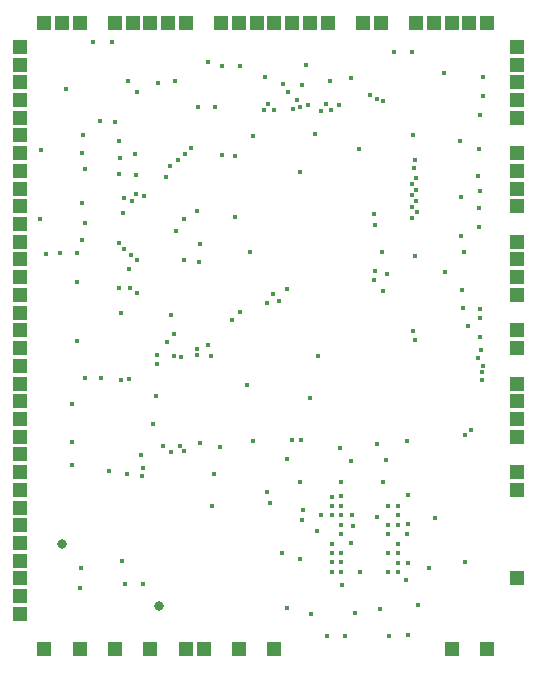
<source format=gbs>
G04*
G04 #@! TF.GenerationSoftware,Altium Limited,Altium Designer,19.1.9 (167)*
G04*
G04 Layer_Color=16711935*
%FSLAX44Y44*%
%MOMM*%
G71*
G01*
G75*
%ADD23R,1.3032X1.3032*%
%ADD24C,0.4000*%
%ADD25C,0.8000*%
D23*
X0Y510000D02*
D03*
X155000Y0D02*
D03*
X140000D02*
D03*
X420000Y60000D02*
D03*
X0Y120000D02*
D03*
Y240000D02*
D03*
Y345000D02*
D03*
Y360000D02*
D03*
Y330000D02*
D03*
Y315000D02*
D03*
Y300000D02*
D03*
Y285000D02*
D03*
Y270000D02*
D03*
Y255000D02*
D03*
Y225000D02*
D03*
Y210000D02*
D03*
Y195000D02*
D03*
Y180000D02*
D03*
Y165000D02*
D03*
Y150000D02*
D03*
Y135000D02*
D03*
Y105000D02*
D03*
Y90000D02*
D03*
Y75000D02*
D03*
Y60000D02*
D03*
Y45000D02*
D03*
Y30000D02*
D03*
X20000Y0D02*
D03*
X50000D02*
D03*
X110000D02*
D03*
X80000D02*
D03*
X215000D02*
D03*
X185000D02*
D03*
X0Y435000D02*
D03*
X420000Y135000D02*
D03*
Y225000D02*
D03*
Y255000D02*
D03*
Y270000D02*
D03*
Y300000D02*
D03*
Y315000D02*
D03*
Y345000D02*
D03*
Y375000D02*
D03*
Y390000D02*
D03*
Y405000D02*
D03*
Y420000D02*
D03*
Y330000D02*
D03*
X395000Y530000D02*
D03*
X380000D02*
D03*
X365000D02*
D03*
X350000D02*
D03*
X335000D02*
D03*
X305000D02*
D03*
X290000D02*
D03*
X260000D02*
D03*
X245000D02*
D03*
X230000D02*
D03*
X215000D02*
D03*
X200000D02*
D03*
X185000D02*
D03*
X20000D02*
D03*
X35000D02*
D03*
X50000D02*
D03*
X80000D02*
D03*
X95000D02*
D03*
X110000D02*
D03*
X125000D02*
D03*
X140000D02*
D03*
X170000D02*
D03*
X420000Y510000D02*
D03*
Y495000D02*
D03*
Y480000D02*
D03*
Y465000D02*
D03*
Y450000D02*
D03*
Y210000D02*
D03*
Y195000D02*
D03*
Y180000D02*
D03*
Y150000D02*
D03*
X0Y495000D02*
D03*
Y480000D02*
D03*
Y465000D02*
D03*
Y450000D02*
D03*
X395000Y0D02*
D03*
X365000D02*
D03*
X0Y420000D02*
D03*
Y405000D02*
D03*
Y390000D02*
D03*
Y375000D02*
D03*
D24*
X389250Y280500D02*
D03*
X306500Y336000D02*
D03*
X286750Y423500D02*
D03*
X311472Y121307D02*
D03*
X120506Y171758D02*
D03*
X197250Y176750D02*
D03*
X311515Y81504D02*
D03*
X116750Y479500D02*
D03*
X52441Y377750D02*
D03*
X271513Y73504D02*
D03*
X129860Y248116D02*
D03*
X99000Y302000D02*
D03*
X209750Y461500D02*
D03*
X243250Y461000D02*
D03*
X236511Y459022D02*
D03*
X231011Y457022D02*
D03*
X269500Y461000D02*
D03*
X258750Y461250D02*
D03*
X296250Y469000D02*
D03*
X158500Y258000D02*
D03*
X375750Y336000D02*
D03*
X372750Y349500D02*
D03*
X333016Y407770D02*
D03*
X372114Y429973D02*
D03*
X86750Y369500D02*
D03*
X94250Y379500D02*
D03*
X97500Y385750D02*
D03*
X138250Y329500D02*
D03*
X213750Y300750D02*
D03*
X178759Y279014D02*
D03*
X130000Y266500D02*
D03*
X43250Y156250D02*
D03*
X44000Y207250D02*
D03*
X92000Y228750D02*
D03*
X192000Y223500D02*
D03*
X319516Y121506D02*
D03*
X327516Y97255D02*
D03*
X319496Y113275D02*
D03*
X319516Y105505D02*
D03*
Y89504D02*
D03*
X319266Y81254D02*
D03*
Y73254D02*
D03*
X311515Y65503D02*
D03*
X221261Y81754D02*
D03*
X127825Y166850D02*
D03*
X101750Y164600D02*
D03*
X162000Y121000D02*
D03*
X211500Y124000D02*
D03*
X208750Y132750D02*
D03*
X271513Y65503D02*
D03*
X263513D02*
D03*
Y81504D02*
D03*
X271513D02*
D03*
Y97505D02*
D03*
X251000Y100500D02*
D03*
X271513Y105505D02*
D03*
X280500Y113500D02*
D03*
X263513Y121506D02*
D03*
X271278Y121500D02*
D03*
X263634Y113505D02*
D03*
X271500Y113500D02*
D03*
X327750Y130500D02*
D03*
X185750Y494000D02*
D03*
X262250Y481250D02*
D03*
X67250Y447250D02*
D03*
X274500Y11250D02*
D03*
X283000Y30750D02*
D03*
X246000Y29500D02*
D03*
X237000Y76250D02*
D03*
X287264Y65503D02*
D03*
X226000Y35250D02*
D03*
X336250Y37250D02*
D03*
X311500Y97500D02*
D03*
X237000Y141500D02*
D03*
X238500Y109250D02*
D03*
X304000Y34000D02*
D03*
X326500Y58500D02*
D03*
X391500Y240250D02*
D03*
X390500Y234500D02*
D03*
X391000Y228250D02*
D03*
X334000Y262250D02*
D03*
X389750Y253750D02*
D03*
X376750Y73500D02*
D03*
X345500Y69000D02*
D03*
X328500Y11750D02*
D03*
X311750Y11250D02*
D03*
X259500Y11250D02*
D03*
X280250Y89750D02*
D03*
X239250Y118250D02*
D03*
X271500Y141750D02*
D03*
X279499Y159750D02*
D03*
X307250Y141500D02*
D03*
X311500Y105500D02*
D03*
X309250Y160000D02*
D03*
X302250Y173500D02*
D03*
X151750Y342750D02*
D03*
X151500Y328250D02*
D03*
X55000Y406250D02*
D03*
X138250Y364500D02*
D03*
X52000Y420000D02*
D03*
X53250Y435250D02*
D03*
X55000Y360750D02*
D03*
X226000Y161500D02*
D03*
X271763Y129506D02*
D03*
X263750Y129250D02*
D03*
X170750Y493500D02*
D03*
X182000Y417250D02*
D03*
Y366250D02*
D03*
X270500Y170500D02*
D03*
X130750Y481250D02*
D03*
X328000Y105750D02*
D03*
X350750Y111250D02*
D03*
X389000Y387750D02*
D03*
X387750Y400750D02*
D03*
X388500Y423500D02*
D03*
X388750Y452750D02*
D03*
X391500Y484250D02*
D03*
X358500Y487500D02*
D03*
X391750Y468487D02*
D03*
X230000Y177250D02*
D03*
X263500Y89500D02*
D03*
X169250Y171500D02*
D03*
X254500Y114000D02*
D03*
X47500Y261000D02*
D03*
X151750Y175000D02*
D03*
X134750Y172250D02*
D03*
X302000Y111750D02*
D03*
X90500Y148250D02*
D03*
X75000Y151250D02*
D03*
X207250Y484750D02*
D03*
X281500Y104750D02*
D03*
X263453Y73563D02*
D03*
X263013Y456272D02*
D03*
X254250Y456000D02*
D03*
X279500Y484000D02*
D03*
X327250Y176500D02*
D03*
X272250Y54500D02*
D03*
X388250Y373750D02*
D03*
X388500Y357500D02*
D03*
X387750Y247000D02*
D03*
X388750Y264500D02*
D03*
X376518Y181009D02*
D03*
X327750Y73250D02*
D03*
X319250Y65250D02*
D03*
X378500Y274000D02*
D03*
X104250Y383750D02*
D03*
X17000Y422750D02*
D03*
X98000Y401250D02*
D03*
X93000Y305750D02*
D03*
X84750Y285000D02*
D03*
X48000Y310750D02*
D03*
Y335750D02*
D03*
X91504Y322266D02*
D03*
X87250Y382250D02*
D03*
X16750Y364500D02*
D03*
X136250Y247250D02*
D03*
X161000Y248250D02*
D03*
X114750Y214500D02*
D03*
X68500Y229750D02*
D03*
X54750D02*
D03*
X33500Y335750D02*
D03*
X91000Y481000D02*
D03*
X242000Y495000D02*
D03*
X222500Y479000D02*
D03*
X171000Y418250D02*
D03*
X158750Y497250D02*
D03*
X88500Y55500D02*
D03*
X103500Y55000D02*
D03*
X50500Y51500D02*
D03*
X51000Y69000D02*
D03*
X237500Y177250D02*
D03*
X43750Y175250D02*
D03*
X85000Y228000D02*
D03*
X112500Y191000D02*
D03*
X194500Y336250D02*
D03*
X115250Y241750D02*
D03*
X123750Y260500D02*
D03*
X127750Y283250D02*
D03*
X186250Y285500D02*
D03*
X208500Y292750D02*
D03*
X115250Y248750D02*
D03*
X149250D02*
D03*
Y254500D02*
D03*
X219250Y295000D02*
D03*
X381250Y186000D02*
D03*
X225250Y304750D02*
D03*
X389250Y287750D02*
D03*
X334000Y333000D02*
D03*
X332250Y269250D02*
D03*
X359250Y319750D02*
D03*
X372750Y382500D02*
D03*
X306750Y464250D02*
D03*
X238500Y478000D02*
D03*
X334250Y414500D02*
D03*
X331500Y364750D02*
D03*
X335250Y399000D02*
D03*
X331500Y394250D02*
D03*
X334750Y389250D02*
D03*
X331500Y384250D02*
D03*
X335000Y379500D02*
D03*
X331500Y374250D02*
D03*
X336000Y370000D02*
D03*
X332500Y435750D02*
D03*
X149250Y371000D02*
D03*
X316000Y505500D02*
D03*
X331750Y506000D02*
D03*
X301500Y466000D02*
D03*
X237000Y404500D02*
D03*
X234500Y464750D02*
D03*
X214500Y456500D02*
D03*
X205750Y456750D02*
D03*
X165000Y459250D02*
D03*
X150250Y459000D02*
D03*
X123000Y400000D02*
D03*
X144000Y424000D02*
D03*
X139000Y419250D02*
D03*
X133500Y414000D02*
D03*
X126750Y409250D02*
D03*
X87750Y339250D02*
D03*
X83250Y344250D02*
D03*
X93750Y333500D02*
D03*
X98750Y329250D02*
D03*
X83250Y430500D02*
D03*
X80250Y446750D02*
D03*
X84500Y415750D02*
D03*
X83250Y402000D02*
D03*
X131750Y354250D02*
D03*
X251500Y248500D02*
D03*
X300000Y320250D02*
D03*
X300500Y359500D02*
D03*
X77750Y514250D02*
D03*
X61250D02*
D03*
X245250Y212750D02*
D03*
X97250Y419000D02*
D03*
X21250Y334750D02*
D03*
X83750Y306250D02*
D03*
X226500Y471750D02*
D03*
X99000D02*
D03*
X197250Y434500D02*
D03*
X249500Y436000D02*
D03*
X85750Y75000D02*
D03*
X163871Y148313D02*
D03*
X374250Y289000D02*
D03*
X307000Y303250D02*
D03*
X138750Y167500D02*
D03*
X104000Y153100D02*
D03*
X103000Y146850D02*
D03*
X310500Y317750D02*
D03*
X299250Y312750D02*
D03*
X373750Y304000D02*
D03*
X299250Y368500D02*
D03*
X51726Y346726D02*
D03*
X38750Y474000D02*
D03*
D25*
X117500Y36750D02*
D03*
X34750Y89250D02*
D03*
M02*

</source>
